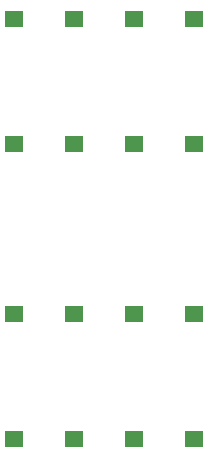
<source format=gtp>
G04 #@! TF.GenerationSoftware,KiCad,Pcbnew,8.0.3*
G04 #@! TF.CreationDate,2024-06-27T10:28:22+02:00*
G04 #@! TF.ProjectId,145MHz_BPF,3134354d-487a-45f4-9250-462e6b696361,rev?*
G04 #@! TF.SameCoordinates,Original*
G04 #@! TF.FileFunction,Paste,Top*
G04 #@! TF.FilePolarity,Positive*
%FSLAX46Y46*%
G04 Gerber Fmt 4.6, Leading zero omitted, Abs format (unit mm)*
G04 Created by KiCad (PCBNEW 8.0.3) date 2024-06-27 10:28:22*
%MOMM*%
%LPD*%
G01*
G04 APERTURE LIST*
%ADD10R,1.524000X1.397000*%
G04 APERTURE END LIST*
D10*
X113080000Y-77094500D03*
X113080000Y-87635500D03*
X108000000Y-77094500D03*
X108000000Y-87635500D03*
X102920000Y-77094500D03*
X102920000Y-87635500D03*
X97840000Y-77094500D03*
X97840000Y-87635500D03*
X113080000Y-52094500D03*
X113080000Y-62635500D03*
X108000000Y-52094500D03*
X108000000Y-62635500D03*
X102920000Y-52094500D03*
X102920000Y-62635500D03*
X97840000Y-52094500D03*
X97840000Y-62635500D03*
M02*

</source>
